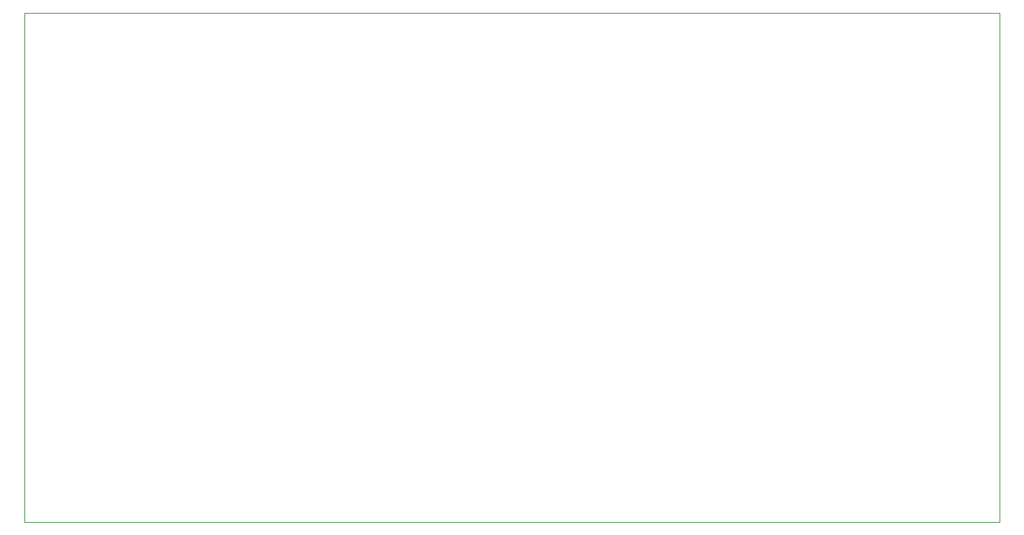
<source format=gm1>
%TF.GenerationSoftware,KiCad,Pcbnew,5.1.6*%
%TF.CreationDate,2020-07-01T22:40:06-03:00*%
%TF.ProjectId,audioamp,61756469-6f61-46d7-902e-6b696361645f,2*%
%TF.SameCoordinates,Original*%
%TF.FileFunction,Profile,NP*%
%FSLAX46Y46*%
G04 Gerber Fmt 4.6, Leading zero omitted, Abs format (unit mm)*
G04 Created by KiCad (PCBNEW 5.1.6) date 2020-07-01 22:40:06*
%MOMM*%
%LPD*%
G01*
G04 APERTURE LIST*
%TA.AperFunction,Profile*%
%ADD10C,0.050000*%
%TD*%
G04 APERTURE END LIST*
D10*
X161036000Y-111760000D02*
X161036000Y-51816000D01*
X46228000Y-111760000D02*
X161036000Y-111760000D01*
X46228000Y-103632000D02*
X46228000Y-111760000D01*
X46228000Y-51816000D02*
X46228000Y-103632000D01*
X161036000Y-51816000D02*
X46228000Y-51816000D01*
M02*

</source>
